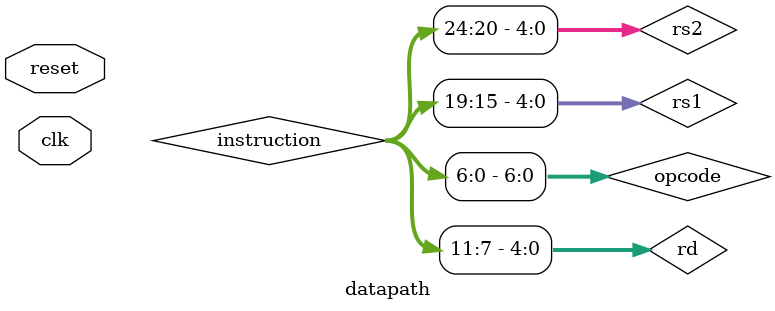
<source format=sv>
module datapath(
    input logic clk, reset
);
//PC
    logic [31:0] pc, next_pc ;
//immediate   
    logic [31:0] extended_imm;
//instruction memory    
    logic [31:0]  instruction;
//register file
    logic [31:0]  rdata1, rdata2,  wdata;
    logic [4:0] rs1, rs2, rd;
    logic [6:0] opcode;
//ALU
    logic [31:0]  alu_result;
    logic [3:0] alu_ctrl;
//data mem
    logic [31:0]  rdata;
//branch
    logic [2:0] br_type;
//control unit 
    logic [1:0] wb_sel;
    logic reg_wr, rd_en, wr_en, br_taken, sel_A, sel_B;

    // Instantiate modules
    pc pc_0 (clk, reset, br_taken ? alu_result : next_pc, pc);
    inst_mem inst_mem_0 (pc, instruction);
    register_file reg_file_0 (clk, reg_wr, rs1, rs2, rd, wdata, rdata1, rdata2);
    alu alu_0 (alu_ctrl, sel_A ? rdata1 : pc, sel_B ? extended_imm : rdata2, alu_result);
    data_mem data_mem_0 (clk, wr_en, rd_en, alu_result, rdata2, rdata);
    branch_cond branch_cond_0 (br_type, rdata1, rdata2, br_taken);
    control_unit control_unit_0 (instruction, reg_wr, rd_en, wr_en, sel_A, sel_B, wb_sel, alu_ctrl, br_type);
    imd_generator imd_generator_0 (instruction, extended_imm);

    // Assignments
    assign opcode = instruction[6:0];
    assign rs1 = instruction[19:15];
    assign rs2 = instruction[24:20];
    assign rd = instruction[11:7];
    assign next_pc = br_taken ? alu_result : pc + 4;

    always_comb begin
         case (wb_sel)
            2'b00: wdata = pc + 4;
            2'b01: wdata = alu_result;
            2'b10: wdata = rdata;
        endcase
    end

endmodule

</source>
